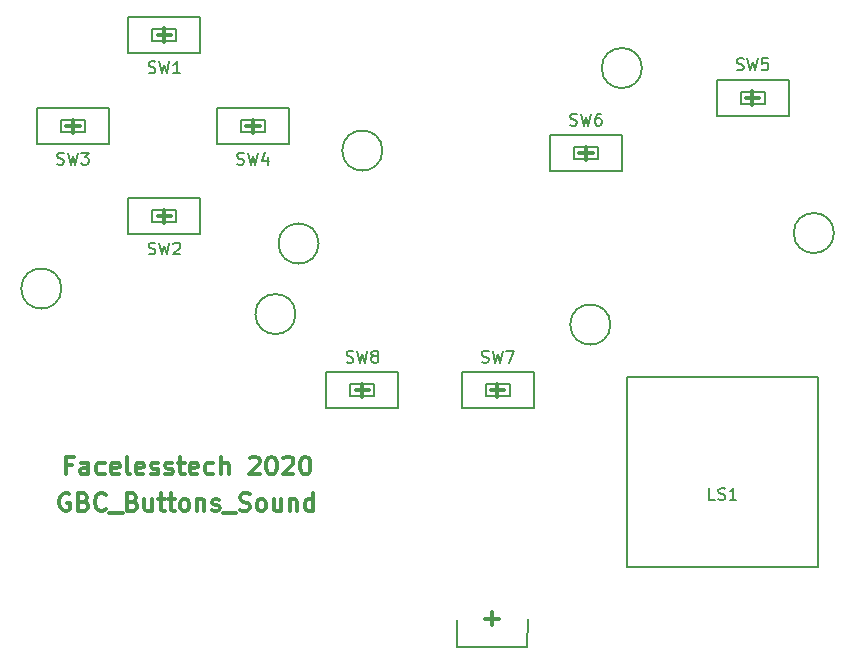
<source format=gbr>
G04 #@! TF.GenerationSoftware,KiCad,Pcbnew,5.0.2+dfsg1-1~bpo9+1*
G04 #@! TF.CreationDate,2020-07-02T14:44:30+01:00*
G04 #@! TF.ProjectId,gbc_outline_basic,6762635f-6f75-4746-9c69-6e655f626173,rev?*
G04 #@! TF.SameCoordinates,Original*
G04 #@! TF.FileFunction,Legend,Top*
G04 #@! TF.FilePolarity,Positive*
%FSLAX46Y46*%
G04 Gerber Fmt 4.6, Leading zero omitted, Abs format (unit mm)*
G04 Created by KiCad (PCBNEW 5.0.2+dfsg1-1~bpo9+1) date Thu 02 Jul 2020 14:44:30 BST*
%MOMM*%
%LPD*%
G01*
G04 APERTURE LIST*
%ADD10C,0.300000*%
%ADD11C,0.150000*%
G04 APERTURE END LIST*
D10*
X68915640Y-155703840D02*
X68772782Y-155632411D01*
X68558497Y-155632411D01*
X68344211Y-155703840D01*
X68201354Y-155846697D01*
X68129925Y-155989554D01*
X68058497Y-156275268D01*
X68058497Y-156489554D01*
X68129925Y-156775268D01*
X68201354Y-156918125D01*
X68344211Y-157060982D01*
X68558497Y-157132411D01*
X68701354Y-157132411D01*
X68915640Y-157060982D01*
X68987068Y-156989554D01*
X68987068Y-156489554D01*
X68701354Y-156489554D01*
X70129925Y-156346697D02*
X70344211Y-156418125D01*
X70415640Y-156489554D01*
X70487068Y-156632411D01*
X70487068Y-156846697D01*
X70415640Y-156989554D01*
X70344211Y-157060982D01*
X70201354Y-157132411D01*
X69629925Y-157132411D01*
X69629925Y-155632411D01*
X70129925Y-155632411D01*
X70272782Y-155703840D01*
X70344211Y-155775268D01*
X70415640Y-155918125D01*
X70415640Y-156060982D01*
X70344211Y-156203840D01*
X70272782Y-156275268D01*
X70129925Y-156346697D01*
X69629925Y-156346697D01*
X71987068Y-156989554D02*
X71915640Y-157060982D01*
X71701354Y-157132411D01*
X71558497Y-157132411D01*
X71344211Y-157060982D01*
X71201354Y-156918125D01*
X71129925Y-156775268D01*
X71058497Y-156489554D01*
X71058497Y-156275268D01*
X71129925Y-155989554D01*
X71201354Y-155846697D01*
X71344211Y-155703840D01*
X71558497Y-155632411D01*
X71701354Y-155632411D01*
X71915640Y-155703840D01*
X71987068Y-155775268D01*
X72272782Y-157275268D02*
X73415640Y-157275268D01*
X74272782Y-156346697D02*
X74487068Y-156418125D01*
X74558497Y-156489554D01*
X74629925Y-156632411D01*
X74629925Y-156846697D01*
X74558497Y-156989554D01*
X74487068Y-157060982D01*
X74344211Y-157132411D01*
X73772782Y-157132411D01*
X73772782Y-155632411D01*
X74272782Y-155632411D01*
X74415640Y-155703840D01*
X74487068Y-155775268D01*
X74558497Y-155918125D01*
X74558497Y-156060982D01*
X74487068Y-156203840D01*
X74415640Y-156275268D01*
X74272782Y-156346697D01*
X73772782Y-156346697D01*
X75915640Y-156132411D02*
X75915640Y-157132411D01*
X75272782Y-156132411D02*
X75272782Y-156918125D01*
X75344211Y-157060982D01*
X75487068Y-157132411D01*
X75701354Y-157132411D01*
X75844211Y-157060982D01*
X75915640Y-156989554D01*
X76415640Y-156132411D02*
X76987068Y-156132411D01*
X76629925Y-155632411D02*
X76629925Y-156918125D01*
X76701354Y-157060982D01*
X76844211Y-157132411D01*
X76987068Y-157132411D01*
X77272782Y-156132411D02*
X77844211Y-156132411D01*
X77487068Y-155632411D02*
X77487068Y-156918125D01*
X77558497Y-157060982D01*
X77701354Y-157132411D01*
X77844211Y-157132411D01*
X78558497Y-157132411D02*
X78415640Y-157060982D01*
X78344211Y-156989554D01*
X78272782Y-156846697D01*
X78272782Y-156418125D01*
X78344211Y-156275268D01*
X78415640Y-156203840D01*
X78558497Y-156132411D01*
X78772782Y-156132411D01*
X78915640Y-156203840D01*
X78987068Y-156275268D01*
X79058497Y-156418125D01*
X79058497Y-156846697D01*
X78987068Y-156989554D01*
X78915640Y-157060982D01*
X78772782Y-157132411D01*
X78558497Y-157132411D01*
X79701354Y-156132411D02*
X79701354Y-157132411D01*
X79701354Y-156275268D02*
X79772782Y-156203840D01*
X79915639Y-156132411D01*
X80129925Y-156132411D01*
X80272782Y-156203840D01*
X80344211Y-156346697D01*
X80344211Y-157132411D01*
X80987068Y-157060982D02*
X81129925Y-157132411D01*
X81415639Y-157132411D01*
X81558497Y-157060982D01*
X81629925Y-156918125D01*
X81629925Y-156846697D01*
X81558497Y-156703840D01*
X81415639Y-156632411D01*
X81201354Y-156632411D01*
X81058497Y-156560982D01*
X80987068Y-156418125D01*
X80987068Y-156346697D01*
X81058497Y-156203840D01*
X81201354Y-156132411D01*
X81415639Y-156132411D01*
X81558497Y-156203840D01*
X81915639Y-157275268D02*
X83058497Y-157275268D01*
X83344211Y-157060982D02*
X83558497Y-157132411D01*
X83915639Y-157132411D01*
X84058497Y-157060982D01*
X84129925Y-156989554D01*
X84201354Y-156846697D01*
X84201354Y-156703840D01*
X84129925Y-156560982D01*
X84058497Y-156489554D01*
X83915639Y-156418125D01*
X83629925Y-156346697D01*
X83487068Y-156275268D01*
X83415639Y-156203840D01*
X83344211Y-156060982D01*
X83344211Y-155918125D01*
X83415639Y-155775268D01*
X83487068Y-155703840D01*
X83629925Y-155632411D01*
X83987068Y-155632411D01*
X84201354Y-155703840D01*
X85058497Y-157132411D02*
X84915640Y-157060982D01*
X84844211Y-156989554D01*
X84772782Y-156846697D01*
X84772782Y-156418125D01*
X84844211Y-156275268D01*
X84915640Y-156203840D01*
X85058497Y-156132411D01*
X85272782Y-156132411D01*
X85415640Y-156203840D01*
X85487068Y-156275268D01*
X85558497Y-156418125D01*
X85558497Y-156846697D01*
X85487068Y-156989554D01*
X85415640Y-157060982D01*
X85272782Y-157132411D01*
X85058497Y-157132411D01*
X86844211Y-156132411D02*
X86844211Y-157132411D01*
X86201354Y-156132411D02*
X86201354Y-156918125D01*
X86272782Y-157060982D01*
X86415640Y-157132411D01*
X86629925Y-157132411D01*
X86772782Y-157060982D01*
X86844211Y-156989554D01*
X87558497Y-156132411D02*
X87558497Y-157132411D01*
X87558497Y-156275268D02*
X87629925Y-156203840D01*
X87772782Y-156132411D01*
X87987068Y-156132411D01*
X88129925Y-156203840D01*
X88201354Y-156346697D01*
X88201354Y-157132411D01*
X89558497Y-157132411D02*
X89558497Y-155632411D01*
X89558497Y-157060982D02*
X89415640Y-157132411D01*
X89129925Y-157132411D01*
X88987068Y-157060982D01*
X88915640Y-156989554D01*
X88844211Y-156846697D01*
X88844211Y-156418125D01*
X88915640Y-156275268D01*
X88987068Y-156203840D01*
X89129925Y-156132411D01*
X89415640Y-156132411D01*
X89558497Y-156203840D01*
X69101451Y-153252977D02*
X68601451Y-153252977D01*
X68601451Y-154038691D02*
X68601451Y-152538691D01*
X69315737Y-152538691D01*
X70530022Y-154038691D02*
X70530022Y-153252977D01*
X70458594Y-153110120D01*
X70315737Y-153038691D01*
X70030022Y-153038691D01*
X69887165Y-153110120D01*
X70530022Y-153967262D02*
X70387165Y-154038691D01*
X70030022Y-154038691D01*
X69887165Y-153967262D01*
X69815737Y-153824405D01*
X69815737Y-153681548D01*
X69887165Y-153538691D01*
X70030022Y-153467262D01*
X70387165Y-153467262D01*
X70530022Y-153395834D01*
X71887165Y-153967262D02*
X71744308Y-154038691D01*
X71458594Y-154038691D01*
X71315737Y-153967262D01*
X71244308Y-153895834D01*
X71172880Y-153752977D01*
X71172880Y-153324405D01*
X71244308Y-153181548D01*
X71315737Y-153110120D01*
X71458594Y-153038691D01*
X71744308Y-153038691D01*
X71887165Y-153110120D01*
X73101451Y-153967262D02*
X72958594Y-154038691D01*
X72672880Y-154038691D01*
X72530022Y-153967262D01*
X72458594Y-153824405D01*
X72458594Y-153252977D01*
X72530022Y-153110120D01*
X72672880Y-153038691D01*
X72958594Y-153038691D01*
X73101451Y-153110120D01*
X73172880Y-153252977D01*
X73172880Y-153395834D01*
X72458594Y-153538691D01*
X74030022Y-154038691D02*
X73887165Y-153967262D01*
X73815737Y-153824405D01*
X73815737Y-152538691D01*
X75172880Y-153967262D02*
X75030022Y-154038691D01*
X74744308Y-154038691D01*
X74601451Y-153967262D01*
X74530022Y-153824405D01*
X74530022Y-153252977D01*
X74601451Y-153110120D01*
X74744308Y-153038691D01*
X75030022Y-153038691D01*
X75172880Y-153110120D01*
X75244308Y-153252977D01*
X75244308Y-153395834D01*
X74530022Y-153538691D01*
X75815737Y-153967262D02*
X75958594Y-154038691D01*
X76244308Y-154038691D01*
X76387165Y-153967262D01*
X76458594Y-153824405D01*
X76458594Y-153752977D01*
X76387165Y-153610120D01*
X76244308Y-153538691D01*
X76030022Y-153538691D01*
X75887165Y-153467262D01*
X75815737Y-153324405D01*
X75815737Y-153252977D01*
X75887165Y-153110120D01*
X76030022Y-153038691D01*
X76244308Y-153038691D01*
X76387165Y-153110120D01*
X77030022Y-153967262D02*
X77172880Y-154038691D01*
X77458594Y-154038691D01*
X77601451Y-153967262D01*
X77672880Y-153824405D01*
X77672880Y-153752977D01*
X77601451Y-153610120D01*
X77458594Y-153538691D01*
X77244308Y-153538691D01*
X77101451Y-153467262D01*
X77030022Y-153324405D01*
X77030022Y-153252977D01*
X77101451Y-153110120D01*
X77244308Y-153038691D01*
X77458594Y-153038691D01*
X77601451Y-153110120D01*
X78101451Y-153038691D02*
X78672880Y-153038691D01*
X78315737Y-152538691D02*
X78315737Y-153824405D01*
X78387165Y-153967262D01*
X78530022Y-154038691D01*
X78672880Y-154038691D01*
X79744308Y-153967262D02*
X79601451Y-154038691D01*
X79315737Y-154038691D01*
X79172880Y-153967262D01*
X79101451Y-153824405D01*
X79101451Y-153252977D01*
X79172880Y-153110120D01*
X79315737Y-153038691D01*
X79601451Y-153038691D01*
X79744308Y-153110120D01*
X79815737Y-153252977D01*
X79815737Y-153395834D01*
X79101451Y-153538691D01*
X81101451Y-153967262D02*
X80958594Y-154038691D01*
X80672880Y-154038691D01*
X80530022Y-153967262D01*
X80458594Y-153895834D01*
X80387165Y-153752977D01*
X80387165Y-153324405D01*
X80458594Y-153181548D01*
X80530022Y-153110120D01*
X80672880Y-153038691D01*
X80958594Y-153038691D01*
X81101451Y-153110120D01*
X81744308Y-154038691D02*
X81744308Y-152538691D01*
X82387165Y-154038691D02*
X82387165Y-153252977D01*
X82315737Y-153110120D01*
X82172880Y-153038691D01*
X81958594Y-153038691D01*
X81815737Y-153110120D01*
X81744308Y-153181548D01*
X84172879Y-152681548D02*
X84244308Y-152610120D01*
X84387165Y-152538691D01*
X84744308Y-152538691D01*
X84887165Y-152610120D01*
X84958594Y-152681548D01*
X85030022Y-152824405D01*
X85030022Y-152967262D01*
X84958594Y-153181548D01*
X84101451Y-154038691D01*
X85030022Y-154038691D01*
X85958594Y-152538691D02*
X86101451Y-152538691D01*
X86244308Y-152610120D01*
X86315737Y-152681548D01*
X86387165Y-152824405D01*
X86458594Y-153110120D01*
X86458594Y-153467262D01*
X86387165Y-153752977D01*
X86315737Y-153895834D01*
X86244308Y-153967262D01*
X86101451Y-154038691D01*
X85958594Y-154038691D01*
X85815737Y-153967262D01*
X85744308Y-153895834D01*
X85672880Y-153752977D01*
X85601451Y-153467262D01*
X85601451Y-153110120D01*
X85672880Y-152824405D01*
X85744308Y-152681548D01*
X85815737Y-152610120D01*
X85958594Y-152538691D01*
X87030022Y-152681548D02*
X87101451Y-152610120D01*
X87244308Y-152538691D01*
X87601451Y-152538691D01*
X87744308Y-152610120D01*
X87815737Y-152681548D01*
X87887165Y-152824405D01*
X87887165Y-152967262D01*
X87815737Y-153181548D01*
X86958594Y-154038691D01*
X87887165Y-154038691D01*
X88815737Y-152538691D02*
X88958594Y-152538691D01*
X89101451Y-152610120D01*
X89172880Y-152681548D01*
X89244308Y-152824405D01*
X89315737Y-153110120D01*
X89315737Y-153467262D01*
X89244308Y-153752977D01*
X89172880Y-153895834D01*
X89101451Y-153967262D01*
X88958594Y-154038691D01*
X88815737Y-154038691D01*
X88672880Y-153967262D01*
X88601451Y-153895834D01*
X88530022Y-153752977D01*
X88458594Y-153467262D01*
X88458594Y-153110120D01*
X88530022Y-152824405D01*
X88601451Y-152681548D01*
X88672880Y-152610120D01*
X88815737Y-152538691D01*
D11*
X107696000Y-168610280D02*
X107696000Y-168605200D01*
X101696520Y-168676320D02*
X107696000Y-168676320D01*
X107696000Y-168661080D02*
X107701080Y-166314120D01*
X101696520Y-168671240D02*
X101701600Y-166324280D01*
D10*
X104122291Y-166243462D02*
X105265148Y-166243462D01*
X104693720Y-166814891D02*
X104693720Y-165672034D01*
X104584571Y-146919142D02*
X105727428Y-146919142D01*
X105156000Y-147490571D02*
X105156000Y-146347714D01*
X93154571Y-146919142D02*
X94297428Y-146919142D01*
X93726000Y-147490571D02*
X93726000Y-146347714D01*
X126174571Y-122154142D02*
X127317428Y-122154142D01*
X126746000Y-122725571D02*
X126746000Y-121582714D01*
X112077571Y-126853142D02*
X113220428Y-126853142D01*
X112649000Y-127424571D02*
X112649000Y-126281714D01*
X83883571Y-124567142D02*
X85026428Y-124567142D01*
X84455000Y-125138571D02*
X84455000Y-123995714D01*
X76390571Y-132187142D02*
X77533428Y-132187142D01*
X76962000Y-132758571D02*
X76962000Y-131615714D01*
X76390571Y-116820142D02*
X77533428Y-116820142D01*
X76962000Y-117391571D02*
X76962000Y-116248714D01*
X68643571Y-124567142D02*
X69786428Y-124567142D01*
X69215000Y-125138571D02*
X69215000Y-123995714D01*
D11*
G04 #@! TO.C,REF\002A\002A*
X114714037Y-141348460D02*
G75*
G03X114714037Y-141348460I-1696737J0D01*
G01*
X133637037Y-133601460D02*
G75*
G03X133637037Y-133601460I-1696737J0D01*
G01*
X117381037Y-119631460D02*
G75*
G03X117381037Y-119631460I-1696737J0D01*
G01*
X95410037Y-126616460D02*
G75*
G03X95410037Y-126616460I-1696737J0D01*
G01*
X90012537Y-134490460D02*
G75*
G03X90012537Y-134490460I-1696737J0D01*
G01*
X68232037Y-138300460D02*
G75*
G03X68232037Y-138300460I-1696737J0D01*
G01*
X88056737Y-140462000D02*
G75*
G03X88056737Y-140462000I-1696737J0D01*
G01*
G04 #@! TO.C,SW1*
X73908920Y-115290600D02*
X80004920Y-115290600D01*
X80004920Y-115290600D02*
X80004920Y-118338600D01*
X80004920Y-118338600D02*
X73908920Y-118338600D01*
X73908920Y-118338600D02*
X73908920Y-115290600D01*
X75940920Y-116306600D02*
X77972920Y-116306600D01*
X77972920Y-116306600D02*
X77972920Y-117322600D01*
X77972920Y-117322600D02*
X75940920Y-117322600D01*
X75940920Y-117322600D02*
X75940920Y-116306600D01*
G04 #@! TO.C,LS1*
X124226320Y-145768060D02*
X132290820Y-145768060D01*
X132290820Y-145768060D02*
X132290820Y-161897060D01*
X132290820Y-161897060D02*
X116161820Y-161897060D01*
X116161820Y-161897060D02*
X116161820Y-145768060D01*
X116161820Y-145768060D02*
X124226320Y-145768060D01*
G04 #@! TO.C,SW2*
X73903840Y-130647440D02*
X79999840Y-130647440D01*
X79999840Y-130647440D02*
X79999840Y-133695440D01*
X79999840Y-133695440D02*
X73903840Y-133695440D01*
X73903840Y-133695440D02*
X73903840Y-130647440D01*
X75935840Y-131663440D02*
X77967840Y-131663440D01*
X77967840Y-131663440D02*
X77967840Y-132679440D01*
X77967840Y-132679440D02*
X75935840Y-132679440D01*
X75935840Y-132679440D02*
X75935840Y-131663440D01*
G04 #@! TO.C,SW3*
X68193920Y-125069600D02*
X68193920Y-124053600D01*
X70225920Y-125069600D02*
X68193920Y-125069600D01*
X70225920Y-124053600D02*
X70225920Y-125069600D01*
X68193920Y-124053600D02*
X70225920Y-124053600D01*
X66161920Y-126085600D02*
X66161920Y-123037600D01*
X72257920Y-126085600D02*
X66161920Y-126085600D01*
X72257920Y-123037600D02*
X72257920Y-126085600D01*
X66161920Y-123037600D02*
X72257920Y-123037600D01*
G04 #@! TO.C,SW4*
X83433920Y-125079760D02*
X83433920Y-124063760D01*
X85465920Y-125079760D02*
X83433920Y-125079760D01*
X85465920Y-124063760D02*
X85465920Y-125079760D01*
X83433920Y-124063760D02*
X85465920Y-124063760D01*
X81401920Y-126095760D02*
X81401920Y-123047760D01*
X87497920Y-126095760D02*
X81401920Y-126095760D01*
X87497920Y-123047760D02*
X87497920Y-126095760D01*
X81401920Y-123047760D02*
X87497920Y-123047760D01*
G04 #@! TO.C,SW5*
X127767080Y-121640600D02*
X127767080Y-122656600D01*
X125735080Y-121640600D02*
X127767080Y-121640600D01*
X125735080Y-122656600D02*
X125735080Y-121640600D01*
X127767080Y-122656600D02*
X125735080Y-122656600D01*
X129799080Y-120624600D02*
X129799080Y-123672600D01*
X123703080Y-120624600D02*
X129799080Y-120624600D01*
X123703080Y-123672600D02*
X123703080Y-120624600D01*
X129799080Y-123672600D02*
X123703080Y-123672600D01*
G04 #@! TO.C,SW6*
X115697000Y-128371600D02*
X109601000Y-128371600D01*
X109601000Y-128371600D02*
X109601000Y-125323600D01*
X109601000Y-125323600D02*
X115697000Y-125323600D01*
X115697000Y-125323600D02*
X115697000Y-128371600D01*
X113665000Y-127355600D02*
X111633000Y-127355600D01*
X111633000Y-127355600D02*
X111633000Y-126339600D01*
X111633000Y-126339600D02*
X113665000Y-126339600D01*
X113665000Y-126339600D02*
X113665000Y-127355600D01*
G04 #@! TO.C,SW7*
X106187240Y-146415760D02*
X106187240Y-147431760D01*
X104155240Y-146415760D02*
X106187240Y-146415760D01*
X104155240Y-147431760D02*
X104155240Y-146415760D01*
X106187240Y-147431760D02*
X104155240Y-147431760D01*
X108219240Y-145399760D02*
X108219240Y-148447760D01*
X102123240Y-145399760D02*
X108219240Y-145399760D01*
X102123240Y-148447760D02*
X102123240Y-145399760D01*
X108219240Y-148447760D02*
X102123240Y-148447760D01*
G04 #@! TO.C,SW8*
X96768920Y-148442680D02*
X90672920Y-148442680D01*
X90672920Y-148442680D02*
X90672920Y-145394680D01*
X90672920Y-145394680D02*
X96768920Y-145394680D01*
X96768920Y-145394680D02*
X96768920Y-148442680D01*
X94736920Y-147426680D02*
X92704920Y-147426680D01*
X92704920Y-147426680D02*
X92704920Y-146410680D01*
X92704920Y-146410680D02*
X94736920Y-146410680D01*
X94736920Y-146410680D02*
X94736920Y-147426680D01*
G04 #@! TO.C,SW1*
X75623586Y-120013361D02*
X75766443Y-120060980D01*
X76004539Y-120060980D01*
X76099777Y-120013361D01*
X76147396Y-119965742D01*
X76195015Y-119870504D01*
X76195015Y-119775266D01*
X76147396Y-119680028D01*
X76099777Y-119632409D01*
X76004539Y-119584790D01*
X75814062Y-119537171D01*
X75718824Y-119489552D01*
X75671205Y-119441933D01*
X75623586Y-119346695D01*
X75623586Y-119251457D01*
X75671205Y-119156219D01*
X75718824Y-119108600D01*
X75814062Y-119060980D01*
X76052158Y-119060980D01*
X76195015Y-119108600D01*
X76528348Y-119060980D02*
X76766443Y-120060980D01*
X76956920Y-119346695D01*
X77147396Y-120060980D01*
X77385491Y-119060980D01*
X78290253Y-120060980D02*
X77718824Y-120060980D01*
X78004539Y-120060980D02*
X78004539Y-119060980D01*
X77909300Y-119203838D01*
X77814062Y-119299076D01*
X77718824Y-119346695D01*
G04 #@! TO.C,LS1*
X123583462Y-156189940D02*
X123107272Y-156189940D01*
X123107272Y-155189940D01*
X123869177Y-156142321D02*
X124012034Y-156189940D01*
X124250129Y-156189940D01*
X124345367Y-156142321D01*
X124392986Y-156094702D01*
X124440605Y-155999464D01*
X124440605Y-155904226D01*
X124392986Y-155808988D01*
X124345367Y-155761369D01*
X124250129Y-155713750D01*
X124059653Y-155666131D01*
X123964415Y-155618512D01*
X123916796Y-155570893D01*
X123869177Y-155475655D01*
X123869177Y-155380417D01*
X123916796Y-155285179D01*
X123964415Y-155237560D01*
X124059653Y-155189940D01*
X124297748Y-155189940D01*
X124440605Y-155237560D01*
X125392986Y-156189940D02*
X124821558Y-156189940D01*
X125107272Y-156189940D02*
X125107272Y-155189940D01*
X125012034Y-155332798D01*
X124916796Y-155428036D01*
X124821558Y-155475655D01*
G04 #@! TO.C,SW2*
X75618506Y-135370201D02*
X75761363Y-135417820D01*
X75999459Y-135417820D01*
X76094697Y-135370201D01*
X76142316Y-135322582D01*
X76189935Y-135227344D01*
X76189935Y-135132106D01*
X76142316Y-135036868D01*
X76094697Y-134989249D01*
X75999459Y-134941630D01*
X75808982Y-134894011D01*
X75713744Y-134846392D01*
X75666125Y-134798773D01*
X75618506Y-134703535D01*
X75618506Y-134608297D01*
X75666125Y-134513059D01*
X75713744Y-134465440D01*
X75808982Y-134417820D01*
X76047078Y-134417820D01*
X76189935Y-134465440D01*
X76523268Y-134417820D02*
X76761363Y-135417820D01*
X76951840Y-134703535D01*
X77142316Y-135417820D01*
X77380411Y-134417820D01*
X77713744Y-134513059D02*
X77761363Y-134465440D01*
X77856601Y-134417820D01*
X78094697Y-134417820D01*
X78189935Y-134465440D01*
X78237554Y-134513059D01*
X78285173Y-134608297D01*
X78285173Y-134703535D01*
X78237554Y-134846392D01*
X77666125Y-135417820D01*
X78285173Y-135417820D01*
G04 #@! TO.C,SW3*
X67876586Y-127760361D02*
X68019443Y-127807980D01*
X68257539Y-127807980D01*
X68352777Y-127760361D01*
X68400396Y-127712742D01*
X68448015Y-127617504D01*
X68448015Y-127522266D01*
X68400396Y-127427028D01*
X68352777Y-127379409D01*
X68257539Y-127331790D01*
X68067062Y-127284171D01*
X67971824Y-127236552D01*
X67924205Y-127188933D01*
X67876586Y-127093695D01*
X67876586Y-126998457D01*
X67924205Y-126903219D01*
X67971824Y-126855600D01*
X68067062Y-126807980D01*
X68305158Y-126807980D01*
X68448015Y-126855600D01*
X68781348Y-126807980D02*
X69019443Y-127807980D01*
X69209920Y-127093695D01*
X69400396Y-127807980D01*
X69638491Y-126807980D01*
X69924205Y-126807980D02*
X70543253Y-126807980D01*
X70209920Y-127188933D01*
X70352777Y-127188933D01*
X70448015Y-127236552D01*
X70495634Y-127284171D01*
X70543253Y-127379409D01*
X70543253Y-127617504D01*
X70495634Y-127712742D01*
X70448015Y-127760361D01*
X70352777Y-127807980D01*
X70067062Y-127807980D01*
X69971824Y-127760361D01*
X69924205Y-127712742D01*
G04 #@! TO.C,SW4*
X83116586Y-127770521D02*
X83259443Y-127818140D01*
X83497539Y-127818140D01*
X83592777Y-127770521D01*
X83640396Y-127722902D01*
X83688015Y-127627664D01*
X83688015Y-127532426D01*
X83640396Y-127437188D01*
X83592777Y-127389569D01*
X83497539Y-127341950D01*
X83307062Y-127294331D01*
X83211824Y-127246712D01*
X83164205Y-127199093D01*
X83116586Y-127103855D01*
X83116586Y-127008617D01*
X83164205Y-126913379D01*
X83211824Y-126865760D01*
X83307062Y-126818140D01*
X83545158Y-126818140D01*
X83688015Y-126865760D01*
X84021348Y-126818140D02*
X84259443Y-127818140D01*
X84449920Y-127103855D01*
X84640396Y-127818140D01*
X84878491Y-126818140D01*
X85688015Y-127151474D02*
X85688015Y-127818140D01*
X85449920Y-126770521D02*
X85211824Y-127484807D01*
X85830872Y-127484807D01*
G04 #@! TO.C,SW5*
X125417746Y-119759361D02*
X125560603Y-119806980D01*
X125798699Y-119806980D01*
X125893937Y-119759361D01*
X125941556Y-119711742D01*
X125989175Y-119616504D01*
X125989175Y-119521266D01*
X125941556Y-119426028D01*
X125893937Y-119378409D01*
X125798699Y-119330790D01*
X125608222Y-119283171D01*
X125512984Y-119235552D01*
X125465365Y-119187933D01*
X125417746Y-119092695D01*
X125417746Y-118997457D01*
X125465365Y-118902219D01*
X125512984Y-118854600D01*
X125608222Y-118806980D01*
X125846318Y-118806980D01*
X125989175Y-118854600D01*
X126322508Y-118806980D02*
X126560603Y-119806980D01*
X126751080Y-119092695D01*
X126941556Y-119806980D01*
X127179651Y-118806980D01*
X128036794Y-118806980D02*
X127560603Y-118806980D01*
X127512984Y-119283171D01*
X127560603Y-119235552D01*
X127655841Y-119187933D01*
X127893937Y-119187933D01*
X127989175Y-119235552D01*
X128036794Y-119283171D01*
X128084413Y-119378409D01*
X128084413Y-119616504D01*
X128036794Y-119711742D01*
X127989175Y-119759361D01*
X127893937Y-119806980D01*
X127655841Y-119806980D01*
X127560603Y-119759361D01*
X127512984Y-119711742D01*
G04 #@! TO.C,SW6*
X111315666Y-124458361D02*
X111458523Y-124505980D01*
X111696619Y-124505980D01*
X111791857Y-124458361D01*
X111839476Y-124410742D01*
X111887095Y-124315504D01*
X111887095Y-124220266D01*
X111839476Y-124125028D01*
X111791857Y-124077409D01*
X111696619Y-124029790D01*
X111506142Y-123982171D01*
X111410904Y-123934552D01*
X111363285Y-123886933D01*
X111315666Y-123791695D01*
X111315666Y-123696457D01*
X111363285Y-123601219D01*
X111410904Y-123553600D01*
X111506142Y-123505980D01*
X111744238Y-123505980D01*
X111887095Y-123553600D01*
X112220428Y-123505980D02*
X112458523Y-124505980D01*
X112649000Y-123791695D01*
X112839476Y-124505980D01*
X113077571Y-123505980D01*
X113887095Y-123505980D02*
X113696619Y-123505980D01*
X113601380Y-123553600D01*
X113553761Y-123601219D01*
X113458523Y-123744076D01*
X113410904Y-123934552D01*
X113410904Y-124315504D01*
X113458523Y-124410742D01*
X113506142Y-124458361D01*
X113601380Y-124505980D01*
X113791857Y-124505980D01*
X113887095Y-124458361D01*
X113934714Y-124410742D01*
X113982333Y-124315504D01*
X113982333Y-124077409D01*
X113934714Y-123982171D01*
X113887095Y-123934552D01*
X113791857Y-123886933D01*
X113601380Y-123886933D01*
X113506142Y-123934552D01*
X113458523Y-123982171D01*
X113410904Y-124077409D01*
G04 #@! TO.C,SW7*
X103837906Y-144534521D02*
X103980763Y-144582140D01*
X104218859Y-144582140D01*
X104314097Y-144534521D01*
X104361716Y-144486902D01*
X104409335Y-144391664D01*
X104409335Y-144296426D01*
X104361716Y-144201188D01*
X104314097Y-144153569D01*
X104218859Y-144105950D01*
X104028382Y-144058331D01*
X103933144Y-144010712D01*
X103885525Y-143963093D01*
X103837906Y-143867855D01*
X103837906Y-143772617D01*
X103885525Y-143677379D01*
X103933144Y-143629760D01*
X104028382Y-143582140D01*
X104266478Y-143582140D01*
X104409335Y-143629760D01*
X104742668Y-143582140D02*
X104980763Y-144582140D01*
X105171240Y-143867855D01*
X105361716Y-144582140D01*
X105599811Y-143582140D01*
X105885525Y-143582140D02*
X106552192Y-143582140D01*
X106123620Y-144582140D01*
G04 #@! TO.C,SW8*
X92387586Y-144529441D02*
X92530443Y-144577060D01*
X92768539Y-144577060D01*
X92863777Y-144529441D01*
X92911396Y-144481822D01*
X92959015Y-144386584D01*
X92959015Y-144291346D01*
X92911396Y-144196108D01*
X92863777Y-144148489D01*
X92768539Y-144100870D01*
X92578062Y-144053251D01*
X92482824Y-144005632D01*
X92435205Y-143958013D01*
X92387586Y-143862775D01*
X92387586Y-143767537D01*
X92435205Y-143672299D01*
X92482824Y-143624680D01*
X92578062Y-143577060D01*
X92816158Y-143577060D01*
X92959015Y-143624680D01*
X93292348Y-143577060D02*
X93530443Y-144577060D01*
X93720920Y-143862775D01*
X93911396Y-144577060D01*
X94149491Y-143577060D01*
X94673300Y-144005632D02*
X94578062Y-143958013D01*
X94530443Y-143910394D01*
X94482824Y-143815156D01*
X94482824Y-143767537D01*
X94530443Y-143672299D01*
X94578062Y-143624680D01*
X94673300Y-143577060D01*
X94863777Y-143577060D01*
X94959015Y-143624680D01*
X95006634Y-143672299D01*
X95054253Y-143767537D01*
X95054253Y-143815156D01*
X95006634Y-143910394D01*
X94959015Y-143958013D01*
X94863777Y-144005632D01*
X94673300Y-144005632D01*
X94578062Y-144053251D01*
X94530443Y-144100870D01*
X94482824Y-144196108D01*
X94482824Y-144386584D01*
X94530443Y-144481822D01*
X94578062Y-144529441D01*
X94673300Y-144577060D01*
X94863777Y-144577060D01*
X94959015Y-144529441D01*
X95006634Y-144481822D01*
X95054253Y-144386584D01*
X95054253Y-144196108D01*
X95006634Y-144100870D01*
X94959015Y-144053251D01*
X94863777Y-144005632D01*
G04 #@! TD*
M02*

</source>
